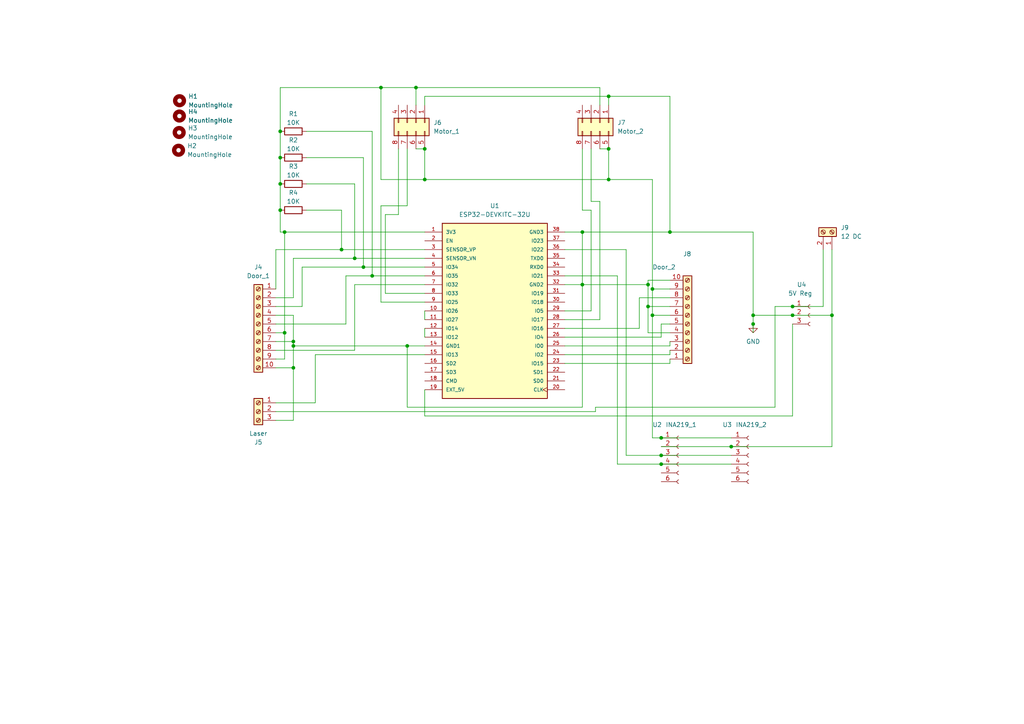
<source format=kicad_sch>
(kicad_sch (version 20211123) (generator eeschema)
  (paper "A4")
  (title_block (title "Dual Door  Operator") (date "2022-03-28") (rev "1.1"))
  (lib_symbols
    (symbol "Connector:Conn_01x03_Female" (pin_names (offset 1.016) hide)
      (property "Reference" "J" (at 0 5.08 0))
      (property "Value" "Conn_01x03_Female" (at 0 -5.08 0))
      (symbol "Conn_01x03_Female_1_1"
        (arc (start 0 -2.032) (mid -0.508 -2.54) (end 0 -3.048) (stroke (width 0.1524)))
        (polyline (pts (xy -1.27 -2.54) (xy -0.508 -2.54)) (stroke (width 0.1524)))
        (polyline (pts (xy -1.27 0) (xy -0.508 0)) (stroke (width 0.1524)))
        (polyline (pts (xy -1.27 2.54) (xy -0.508 2.54)) (stroke (width 0.1524)))
        (arc (start 0 0.508) (mid -0.508 0) (end 0 -0.508) (stroke (width 0.1524)))
        (arc (start 0 3.048) (mid -0.508 2.54) (end 0 2.032) (stroke (width 0.1524)))
        (pin passive line (at -5.08 2.54 0) (length 3.81) (name "Pin_1") (number "1"))
        (pin passive line (at -5.08 0 0) (length 3.81) (name "Pin_2") (number "2"))
        (pin passive line (at -5.08 -2.54 0) (length 3.81) (name "Pin_3") (number "3"))
      )
    )
    (symbol "Connector:Conn_01x06_Female" (pin_names (offset 1.016) hide)
      (property "Reference" "J" (at 0 7.62 0))
      (property "Value" "Conn_01x06_Female" (at 0 -10.16 0))
      (symbol "Conn_01x06_Female_1_1"
        (arc (start 0 -7.112) (mid -0.508 -7.62) (end 0 -8.128) (stroke (width 0.1524)))
        (arc (start 0 -4.572) (mid -0.508 -5.08) (end 0 -5.588) (stroke (width 0.1524)))
        (arc (start 0 -2.032) (mid -0.508 -2.54) (end 0 -3.048) (stroke (width 0.1524)))
        (polyline (pts (xy -1.27 -7.62) (xy -0.508 -7.62)) (stroke (width 0.1524)))
        (polyline (pts (xy -1.27 -5.08) (xy -0.508 -5.08)) (stroke (width 0.1524)))
        (polyline (pts (xy -1.27 -2.54) (xy -0.508 -2.54)) (stroke (width 0.1524)))
        (polyline (pts (xy -1.27 0) (xy -0.508 0)) (stroke (width 0.1524)))
        (polyline (pts (xy -1.27 2.54) (xy -0.508 2.54)) (stroke (width 0.1524)))
        (polyline (pts (xy -1.27 5.08) (xy -0.508 5.08)) (stroke (width 0.1524)))
        (arc (start 0 0.508) (mid -0.508 0) (end 0 -0.508) (stroke (width 0.1524)))
        (arc (start 0 3.048) (mid -0.508 2.54) (end 0 2.032) (stroke (width 0.1524)))
        (arc (start 0 5.588) (mid -0.508 5.08) (end 0 4.572) (stroke (width 0.1524)))
        (pin passive line (at -5.08 5.08 0) (length 3.81) (name "Pin_1") (number "1"))
        (pin passive line (at -5.08 2.54 0) (length 3.81) (name "Pin_2") (number "2"))
        (pin passive line (at -5.08 0 0) (length 3.81) (name "Pin_3") (number "3"))
        (pin passive line (at -5.08 -2.54 0) (length 3.81) (name "Pin_4") (number "4"))
        (pin passive line (at -5.08 -5.08 0) (length 3.81) (name "Pin_5") (number "5"))
        (pin passive line (at -5.08 -7.62 0) (length 3.81) (name "Pin_6") (number "6"))
      )
    )
    (symbol "Connector:Screw_Terminal_01x02" (pin_names (offset 1.016) hide)
      (property "Reference" "J" (at 0 2.54 0))
      (property "Value" "Screw_Terminal_01x02" (at 0 -5.08 0))
      (symbol "Screw_Terminal_01x02_1_1"
        (rectangle (start -1.27 1.27) (end 1.27 -3.81) (stroke (width 0.254)) (fill (type background)))
        (circle (center 0 -2.54) (radius 0.635) (stroke (width 0.1524)))
        (polyline (pts (xy -0.5334 -2.2098) (xy 0.3302 -3.048)) (stroke (width 0.1524)))
        (polyline (pts (xy -0.5334 0.3302) (xy 0.3302 -0.508)) (stroke (width 0.1524)))
        (polyline (pts (xy -0.3556 -2.032) (xy 0.508 -2.8702)) (stroke (width 0.1524)))
        (polyline (pts (xy -0.3556 0.508) (xy 0.508 -0.3302)) (stroke (width 0.1524)))
        (circle (center 0 0) (radius 0.635) (stroke (width 0.1524)))
        (pin passive line (at -5.08 0 0) (length 3.81) (name "Pin_1") (number "1"))
        (pin passive line (at -5.08 -2.54 0) (length 3.81) (name "Pin_2") (number "2"))
      )
    )
    (symbol "Connector:Screw_Terminal_01x03" (pin_names (offset 1.016) hide)
      (property "Reference" "J" (at 0 5.08 0))
      (property "Value" "Screw_Terminal_01x03" (at 0 -5.08 0))
      (symbol "Screw_Terminal_01x03_1_1"
        (rectangle (start -1.27 3.81) (end 1.27 -3.81) (stroke (width 0.254)) (fill (type background)))
        (circle (center 0 -2.54) (radius 0.635) (stroke (width 0.1524)))
        (polyline (pts (xy -0.5334 -2.2098) (xy 0.3302 -3.048)) (stroke (width 0.1524)))
        (polyline (pts (xy -0.5334 0.3302) (xy 0.3302 -0.508)) (stroke (width 0.1524)))
        (polyline (pts (xy -0.5334 2.8702) (xy 0.3302 2.032)) (stroke (width 0.1524)))
        (polyline (pts (xy -0.3556 -2.032) (xy 0.508 -2.8702)) (stroke (width 0.1524)))
        (polyline (pts (xy -0.3556 0.508) (xy 0.508 -0.3302)) (stroke (width 0.1524)))
        (polyline (pts (xy -0.3556 3.048) (xy 0.508 2.2098)) (stroke (width 0.1524)))
        (circle (center 0 0) (radius 0.635) (stroke (width 0.1524)))
        (circle (center 0 2.54) (radius 0.635) (stroke (width 0.1524)))
        (pin passive line (at -5.08 2.54 0) (length 3.81) (name "Pin_1") (number "1"))
        (pin passive line (at -5.08 0 0) (length 3.81) (name "Pin_2") (number "2"))
        (pin passive line (at -5.08 -2.54 0) (length 3.81) (name "Pin_3") (number "3"))
      )
    )
    (symbol "Connector:Screw_Terminal_01x10" (pin_names (offset 1.016) hide)
      (property "Reference" "J" (at 0 12.7 0))
      (property "Value" "Screw_Terminal_01x10" (at 0 -15.24 0))
      (symbol "Screw_Terminal_01x10_1_1"
        (rectangle (start -1.27 11.43) (end 1.27 -13.97) (stroke (width 0.254)) (fill (type background)))
        (circle (center 0 -12.7) (radius 0.635) (stroke (width 0.1524)))
        (circle (center 0 -10.16) (radius 0.635) (stroke (width 0.1524)))
        (circle (center 0 -7.62) (radius 0.635) (stroke (width 0.1524)))
        (circle (center 0 -5.08) (radius 0.635) (stroke (width 0.1524)))
        (circle (center 0 -2.54) (radius 0.635) (stroke (width 0.1524)))
        (polyline (pts (xy -0.5334 -12.3698) (xy 0.3302 -13.208)) (stroke (width 0.1524)))
        (polyline (pts (xy -0.5334 -9.8298) (xy 0.3302 -10.668)) (stroke (width 0.1524)))
        (polyline (pts (xy -0.5334 -7.2898) (xy 0.3302 -8.128)) (stroke (width 0.1524)))
        (polyline (pts (xy -0.5334 -4.7498) (xy 0.3302 -5.588)) (stroke (width 0.1524)))
        (polyline (pts (xy -0.5334 -2.2098) (xy 0.3302 -3.048)) (stroke (width 0.1524)))
        (polyline (pts (xy -0.5334 0.3302) (xy 0.3302 -0.508)) (stroke (width 0.1524)))
        (polyline (pts (xy -0.5334 2.8702) (xy 0.3302 2.032)) (stroke (width 0.1524)))
        (polyline (pts (xy -0.5334 5.4102) (xy 0.3302 4.572)) (stroke (width 0.1524)))
        (polyline (pts (xy -0.5334 7.9502) (xy 0.3302 7.112)) (stroke (width 0.1524)))
        (polyline (pts (xy -0.5334 10.4902) (xy 0.3302 9.652)) (stroke (width 0.1524)))
        (polyline (pts (xy -0.3556 -12.192) (xy 0.508 -13.0302)) (stroke (width 0.1524)))
        (polyline (pts (xy -0.3556 -9.652) (xy 0.508 -10.4902)) (stroke (width 0.1524)))
        (polyline (pts (xy -0.3556 -7.112) (xy 0.508 -7.9502)) (stroke (width 0.1524)))
        (polyline (pts (xy -0.3556 -4.572) (xy 0.508 -5.4102)) (stroke (width 0.1524)))
        (polyline (pts (xy -0.3556 -2.032) (xy 0.508 -2.8702)) (stroke (width 0.1524)))
        (polyline (pts (xy -0.3556 0.508) (xy 0.508 -0.3302)) (stroke (width 0.1524)))
        (polyline (pts (xy -0.3556 3.048) (xy 0.508 2.2098)) (stroke (width 0.1524)))
        (polyline (pts (xy -0.3556 5.588) (xy 0.508 4.7498)) (stroke (width 0.1524)))
        (polyline (pts (xy -0.3556 8.128) (xy 0.508 7.2898)) (stroke (width 0.1524)))
        (polyline (pts (xy -0.3556 10.668) (xy 0.508 9.8298)) (stroke (width 0.1524)))
        (circle (center 0 0) (radius 0.635) (stroke (width 0.1524)))
        (circle (center 0 2.54) (radius 0.635) (stroke (width 0.1524)))
        (circle (center 0 5.08) (radius 0.635) (stroke (width 0.1524)))
        (circle (center 0 7.62) (radius 0.635) (stroke (width 0.1524)))
        (circle (center 0 10.16) (radius 0.635) (stroke (width 0.1524)))
        (pin passive line (at -5.08 10.16 0) (length 3.81) (name "Pin_1") (number "1"))
        (pin passive line (at -5.08 -12.7 0) (length 3.81) (name "Pin_10") (number "10"))
        (pin passive line (at -5.08 7.62 0) (length 3.81) (name "Pin_2") (number "2"))
        (pin passive line (at -5.08 5.08 0) (length 3.81) (name "Pin_3") (number "3"))
        (pin passive line (at -5.08 2.54 0) (length 3.81) (name "Pin_4") (number "4"))
        (pin passive line (at -5.08 0 0) (length 3.81) (name "Pin_5") (number "5"))
        (pin passive line (at -5.08 -2.54 0) (length 3.81) (name "Pin_6") (number "6"))
        (pin passive line (at -5.08 -5.08 0) (length 3.81) (name "Pin_7") (number "7"))
        (pin passive line (at -5.08 -7.62 0) (length 3.81) (name "Pin_8") (number "8"))
        (pin passive line (at -5.08 -10.16 0) (length 3.81) (name "Pin_9") (number "9"))
      )
    )
    (symbol "Connector_Generic:Conn_02x04_Top_Bottom" (pin_names (offset 1.016) hide)
      (property "Reference" "J" (at 1.27 5.08 0))
      (property "Value" "Conn_02x04_Top_Bottom" (at 1.27 -7.62 0))
      (symbol "Conn_02x04_Top_Bottom_1_1"
        (rectangle (start -1.27 -4.953) (end 0 -5.207) (stroke (width 0.1524)))
        (rectangle (start -1.27 -2.413) (end 0 -2.667) (stroke (width 0.1524)))
        (rectangle (start -1.27 0.127) (end 0 -0.127) (stroke (width 0.1524)))
        (rectangle (start -1.27 2.667) (end 0 2.413) (stroke (width 0.1524)))
        (rectangle (start -1.27 3.81) (end 3.81 -6.35) (stroke (width 0.254)) (fill (type background)))
        (rectangle (start 3.81 -4.953) (end 2.54 -5.207) (stroke (width 0.1524)))
        (rectangle (start 3.81 -2.413) (end 2.54 -2.667) (stroke (width 0.1524)))
        (rectangle (start 3.81 0.127) (end 2.54 -0.127) (stroke (width 0.1524)))
        (rectangle (start 3.81 2.667) (end 2.54 2.413) (stroke (width 0.1524)))
        (pin passive line (at -5.08 2.54 0) (length 3.81) (name "Pin_1") (number "1"))
        (pin passive line (at -5.08 0 0) (length 3.81) (name "Pin_2") (number "2"))
        (pin passive line (at -5.08 -2.54 0) (length 3.81) (name "Pin_3") (number "3"))
        (pin passive line (at -5.08 -5.08 0) (length 3.81) (name "Pin_4") (number "4"))
        (pin passive line (at 7.62 2.54 180) (length 3.81) (name "Pin_5") (number "5"))
        (pin passive line (at 7.62 0 180) (length 3.81) (name "Pin_6") (number "6"))
        (pin passive line (at 7.62 -2.54 180) (length 3.81) (name "Pin_7") (number "7"))
        (pin passive line (at 7.62 -5.08 180) (length 3.81) (name "Pin_8") (number "8"))
      )
    )
    (symbol "Device:R" (pin_numbers hide) (pin_names (offset 0))
      (property "Reference" "R" (at 2.032 0 90))
      (property "Value" "R" (at 0 0 90))
      (symbol "R_0_1"
        (rectangle (start -1.016 -2.54) (end 1.016 2.54) (stroke (width 0.254)))
      )
      (symbol "R_1_1"
        (pin passive line (at 0 3.81 270) (length 1.27) (name "~") (number "1"))
        (pin passive line (at 0 -3.81 90) (length 1.27) (name "~") (number "2"))
      )
    )
    (symbol "MCU_ESP32-DEVKITC-32U:ESP32-DEVKITC-32U" (pin_names (offset 1.016))
      (property "Reference" "U" (at -15.2654 26.0604 0))
      (property "Value" "ESP32-DEVKITC-32U" (at -15.2654 -27.9654 0))
      (symbol "ESP32-DEVKITC-32U_0_0"
        (rectangle (start -15.24 -25.4) (end 15.24 25.4) (stroke (width 0.254)) (fill (type background)))
        (pin power_in line (at -20.32 22.86 0) (length 5.08) (name "3V3") (number "1"))
        (pin bidirectional line (at -20.32 0 0) (length 5.08) (name "IO26") (number "10"))
        (pin bidirectional line (at -20.32 -2.54 0) (length 5.08) (name "IO27") (number "11"))
        (pin bidirectional line (at -20.32 -5.08 0) (length 5.08) (name "IO14") (number "12"))
        (pin bidirectional line (at -20.32 -7.62 0) (length 5.08) (name "IO12") (number "13"))
        (pin power_in line (at -20.32 -10.16 0) (length 5.08) (name "GND1") (number "14"))
        (pin bidirectional line (at -20.32 -12.7 0) (length 5.08) (name "IO13") (number "15"))
        (pin bidirectional line (at -20.32 -15.24 0) (length 5.08) (name "SD2") (number "16"))
        (pin bidirectional line (at -20.32 -17.78 0) (length 5.08) (name "SD3") (number "17"))
        (pin bidirectional line (at -20.32 -20.32 0) (length 5.08) (name "CMD") (number "18"))
        (pin power_in line (at -20.32 -22.86 0) (length 5.08) (name "EXT_5V") (number "19"))
        (pin input line (at -20.32 20.32 0) (length 5.08) (name "EN") (number "2"))
        (pin input clock (at 20.32 -22.86 180) (length 5.08) (name "CLK") (number "20"))
        (pin bidirectional line (at 20.32 -20.32 180) (length 5.08) (name "SD0") (number "21"))
        (pin bidirectional line (at 20.32 -17.78 180) (length 5.08) (name "SD1") (number "22"))
        (pin bidirectional line (at 20.32 -15.24 180) (length 5.08) (name "IO15") (number "23"))
        (pin bidirectional line (at 20.32 -12.7 180) (length 5.08) (name "IO2") (number "24"))
        (pin bidirectional line (at 20.32 -10.16 180) (length 5.08) (name "IO0") (number "25"))
        (pin bidirectional line (at 20.32 -7.62 180) (length 5.08) (name "IO4") (number "26"))
        (pin bidirectional line (at 20.32 -5.08 180) (length 5.08) (name "IO16") (number "27"))
        (pin bidirectional line (at 20.32 -2.54 180) (length 5.08) (name "IO17") (number "28"))
        (pin bidirectional line (at 20.32 0 180) (length 5.08) (name "IO5") (number "29"))
        (pin input line (at -20.32 17.78 0) (length 5.08) (name "SENSOR_VP") (number "3"))
        (pin bidirectional line (at 20.32 2.54 180) (length 5.08) (name "IO18") (number "30"))
        (pin bidirectional line (at 20.32 5.08 180) (length 5.08) (name "IO19") (number "31"))
        (pin power_in line (at 20.32 7.62 180) (length 5.08) (name "GND2") (number "32"))
        (pin bidirectional line (at 20.32 10.16 180) (length 5.08) (name "IO21") (number "33"))
        (pin input line (at 20.32 12.7 180) (length 5.08) (name "RXD0") (number "34"))
        (pin output line (at 20.32 15.24 180) (length 5.08) (name "TXD0") (number "35"))
        (pin bidirectional line (at 20.32 17.78 180) (length 5.08) (name "IO22") (number "36"))
        (pin bidirectional line (at 20.32 20.32 180) (length 5.08) (name "IO23") (number "37"))
        (pin power_in line (at 20.32 22.86 180) (length 5.08) (name "GND3") (number "38"))
        (pin input line (at -20.32 15.24 0) (length 5.08) (name "SENSOR_VN") (number "4"))
        (pin bidirectional line (at -20.32 12.7 0) (length 5.08) (name "IO34") (number "5"))
        (pin bidirectional line (at -20.32 10.16 0) (length 5.08) (name "IO35") (number "6"))
        (pin bidirectional line (at -20.32 7.62 0) (length 5.08) (name "IO32") (number "7"))
        (pin bidirectional line (at -20.32 5.08 0) (length 5.08) (name "IO33") (number "8"))
        (pin bidirectional line (at -20.32 2.54 0) (length 5.08) (name "IO25") (number "9"))
      )
    )
    (symbol "Mechanical:MountingHole" (pin_names (offset 1.016))
      (property "Reference" "H" (at 0 5.08 0))
      (property "Value" "MountingHole" (at 0 3.175 0))
      (symbol "MountingHole_0_1"
        (circle (center 0 0) (radius 1.27) (stroke (width 1.27)))
      )
    )
    (symbol "power:GND" (power) (pin_names (offset 0))
      (property "Value" "GND" (at 0 -3.81 0))
      (symbol "GND_0_1"
        (polyline (pts (xy 0 0) (xy 0 -1.27) (xy 1.27 -1.27) (xy 0 -2.54) (xy -1.27 -1.27) (xy 0 -1.27)))
      )
      (symbol "GND_1_1"
        (pin power_in line (at 0 0 270) (length 0) hide (name "GND") (number "1"))
      )
    )
  )
  (junction (at 191.77 134.62))
  (junction (at 123.19 52.07))
  (junction (at 191.77 127))
  (junction (at 118.11 100.33))
  (junction (at 187.96 82.55))
  (junction (at 81.28 60.96))
  (junction (at 189.23 83.82))
  (junction (at 105.41 77.47))
  (junction (at 176.53 27.94))
  (junction (at 99.06 72.39))
  (junction (at 82.55 96.52))
  (junction (at 102.87 74.93))
  (junction (at 176.53 43.18))
  (junction (at 110.49 25.4))
  (junction (at 81.28 45.72))
  (junction (at 218.44 91.44))
  (junction (at 81.28 53.34))
  (junction (at 187.96 88.9))
  (junction (at 85.09 99.06))
  (junction (at 82.55 67.31))
  (junction (at 168.91 82.55))
  (junction (at 229.87 88.9))
  (junction (at 191.77 132.08))
  (junction (at 194.31 67.31))
  (junction (at 85.09 100.33))
  (junction (at 85.09 106.68))
  (junction (at 81.28 38.1))
  (junction (at 176.53 52.07))
  (junction (at 168.91 67.31))
  (junction (at 123.19 43.18))
  (junction (at 107.95 80.01))
  (junction (at 212.09 129.54))
  (junction (at 189.23 91.44))
  (junction (at 218.44 93.98))
  (junction (at 120.65 25.4))
  (junction (at 229.87 91.44))
  (junction (at 241.3 91.44))
  (wire (pts (xy 107.95 80.01) (xy 123.19 80.01)))
  (wire (pts (xy 163.83 72.39) (xy 181.61 72.39)))
  (wire (pts (xy 81.28 45.72) (xy 81.28 53.34)))
  (wire (pts (xy 120.65 43.18) (xy 123.19 43.18)))
  (wire (pts (xy 163.83 105.41) (xy 194.31 105.41)))
  (wire (pts (xy 80.01 86.36) (xy 85.09 86.36)))
  (wire (pts (xy 212.09 129.54) (xy 241.3 129.54)))
  (wire (pts (xy 218.44 67.31) (xy 218.44 91.44)))
  (wire (pts (xy 168.91 60.96) (xy 171.45 60.96)))
  (wire (pts (xy 80.01 119.38) (xy 172.72 119.38)))
  (wire (pts (xy 85.09 91.44) (xy 85.09 99.06)))
  (wire (pts (xy 81.28 38.1) (xy 81.28 45.72)))
  (wire (pts (xy 110.49 52.07) (xy 110.49 25.4)))
  (wire (pts (xy 81.28 38.1) (xy 81.28 25.4)))
  (wire (pts (xy 194.31 102.87) (xy 194.31 101.6)))
  (wire (pts (xy 80.01 72.39) (xy 99.06 72.39)))
  (wire (pts (xy 194.31 100.33) (xy 194.31 99.06)))
  (wire (pts (xy 191.77 132.08) (xy 212.09 132.08)))
  (wire (pts (xy 171.45 60.96) (xy 171.45 90.17)))
  (wire (pts (xy 171.45 58.42) (xy 173.99 58.42)))
  (wire (pts (xy 102.87 53.34) (xy 102.87 74.93)))
  (wire (pts (xy 238.76 72.39) (xy 238.76 88.9)))
  (wire (pts (xy 81.28 25.4) (xy 110.49 25.4)))
  (wire (pts (xy 87.63 77.47) (xy 87.63 88.9)))
  (wire (pts (xy 187.96 81.28) (xy 187.96 82.55)))
  (wire (pts (xy 115.57 62.23) (xy 115.57 43.18)))
  (wire (pts (xy 110.49 59.69) (xy 110.49 87.63)))
  (wire (pts (xy 99.06 60.96) (xy 99.06 72.39)))
  (wire (pts (xy 82.55 96.52) (xy 82.55 67.31)))
  (wire (pts (xy 123.19 102.87) (xy 91.44 102.87)))
  (wire (pts (xy 85.09 100.33) (xy 85.09 106.68)))
  (wire (pts (xy 91.44 102.87) (xy 91.44 116.84)))
  (wire (pts (xy 185.42 95.25) (xy 185.42 86.36)))
  (wire (pts (xy 82.55 67.31) (xy 123.19 67.31)))
  (wire (pts (xy 179.07 80.01) (xy 179.07 134.62)))
  (wire (pts (xy 187.96 82.55) (xy 187.96 88.9)))
  (wire (pts (xy 87.63 88.9) (xy 80.01 88.9)))
  (wire (pts (xy 85.09 74.93) (xy 102.87 74.93)))
  (wire (pts (xy 163.83 92.71) (xy 173.99 92.71)))
  (wire (pts (xy 123.19 52.07) (xy 176.53 52.07)))
  (wire (pts (xy 189.23 83.82) (xy 194.31 83.82)))
  (wire (pts (xy 123.19 43.18) (xy 123.19 52.07)))
  (wire (pts (xy 105.41 77.47) (xy 123.19 77.47)))
  (wire (pts (xy 80.01 121.92) (xy 85.09 121.92)))
  (wire (pts (xy 191.77 93.98) (xy 194.31 93.98)))
  (wire (pts (xy 194.31 105.41) (xy 194.31 104.14)))
  (wire (pts (xy 187.96 96.52) (xy 187.96 88.9)))
  (wire (pts (xy 224.79 88.9) (xy 224.79 118.11)))
  (wire (pts (xy 88.9 45.72) (xy 105.41 45.72)))
  (wire (pts (xy 99.06 72.39) (xy 123.19 72.39)))
  (wire (pts (xy 163.83 97.79) (xy 191.77 97.79)))
  (wire (pts (xy 229.87 120.65) (xy 123.19 120.65)))
  (wire (pts (xy 110.49 59.69) (xy 118.11 59.69)))
  (wire (pts (xy 80.01 106.68) (xy 85.09 106.68)))
  (wire (pts (xy 102.87 74.93) (xy 123.19 74.93)))
  (wire (pts (xy 88.9 60.96) (xy 99.06 60.96)))
  (wire (pts (xy 163.83 90.17) (xy 171.45 90.17)))
  (wire (pts (xy 82.55 104.14) (xy 80.01 104.14)))
  (wire (pts (xy 191.77 134.62) (xy 212.09 134.62)))
  (wire (pts (xy 181.61 72.39) (xy 181.61 132.08)))
  (wire (pts (xy 80.01 91.44) (xy 85.09 91.44)))
  (wire (pts (xy 194.31 96.52) (xy 187.96 96.52)))
  (wire (pts (xy 81.28 67.31) (xy 82.55 67.31)))
  (wire (pts (xy 191.77 97.79) (xy 191.77 93.98)))
  (wire (pts (xy 181.61 132.08) (xy 191.77 132.08)))
  (wire (pts (xy 168.91 67.31) (xy 168.91 82.55)))
  (wire (pts (xy 110.49 87.63) (xy 123.19 87.63)))
  (wire (pts (xy 80.01 93.98) (xy 100.33 93.98)))
  (wire (pts (xy 123.19 82.55) (xy 102.87 82.55)))
  (wire (pts (xy 191.77 129.54) (xy 212.09 129.54)))
  (wire (pts (xy 241.3 129.54) (xy 241.3 91.44)))
  (wire (pts (xy 179.07 134.62) (xy 191.77 134.62)))
  (wire (pts (xy 241.3 72.39) (xy 241.3 91.44)))
  (wire (pts (xy 80.01 72.39) (xy 80.01 83.82)))
  (wire (pts (xy 194.31 27.94) (xy 194.31 67.31)))
  (wire (pts (xy 173.99 25.4) (xy 173.99 30.48)))
  (wire (pts (xy 171.45 43.18) (xy 171.45 58.42)))
  (wire (pts (xy 218.44 93.98) (xy 218.44 96.52)))
  (wire (pts (xy 118.11 100.33) (xy 85.09 100.33)))
  (wire (pts (xy 187.96 88.9) (xy 194.31 88.9)))
  (wire (pts (xy 189.23 127) (xy 191.77 127)))
  (wire (pts (xy 123.19 30.48) (xy 123.19 27.94)))
  (wire (pts (xy 123.19 120.65) (xy 123.19 113.03)))
  (wire (pts (xy 88.9 38.1) (xy 107.95 38.1)))
  (wire (pts (xy 118.11 118.11) (xy 168.91 118.11)))
  (wire (pts (xy 163.83 100.33) (xy 194.31 100.33)))
  (wire (pts (xy 80.01 96.52) (xy 82.55 96.52)))
  (wire (pts (xy 123.19 90.17) (xy 123.19 92.71)))
  (wire (pts (xy 163.83 95.25) (xy 185.42 95.25)))
  (wire (pts (xy 168.91 82.55) (xy 187.96 82.55)))
  (wire (pts (xy 111.76 62.23) (xy 115.57 62.23)))
  (wire (pts (xy 110.49 25.4) (xy 120.65 25.4)))
  (wire (pts (xy 189.23 52.07) (xy 189.23 83.82)))
  (wire (pts (xy 168.91 118.11) (xy 168.91 82.55)))
  (wire (pts (xy 194.31 91.44) (xy 189.23 91.44)))
  (wire (pts (xy 100.33 80.01) (xy 107.95 80.01)))
  (wire (pts (xy 102.87 82.55) (xy 102.87 101.6)))
  (wire (pts (xy 189.23 91.44) (xy 189.23 127)))
  (wire (pts (xy 123.19 100.33) (xy 118.11 100.33)))
  (wire (pts (xy 120.65 25.4) (xy 173.99 25.4)))
  (wire (pts (xy 100.33 80.01) (xy 100.33 93.98)))
  (wire (pts (xy 118.11 100.33) (xy 118.11 118.11)))
  (wire (pts (xy 194.31 67.31) (xy 218.44 67.31)))
  (wire (pts (xy 163.83 67.31) (xy 168.91 67.31)))
  (wire (pts (xy 176.53 43.18) (xy 176.53 52.07)))
  (wire (pts (xy 229.87 93.98) (xy 229.87 120.65)))
  (wire (pts (xy 111.76 85.09) (xy 123.19 85.09)))
  (wire (pts (xy 168.91 67.31) (xy 194.31 67.31)))
  (wire (pts (xy 82.55 96.52) (xy 82.55 104.14)))
  (wire (pts (xy 88.9 53.34) (xy 102.87 53.34)))
  (wire (pts (xy 85.09 99.06) (xy 85.09 100.33)))
  (wire (pts (xy 111.76 62.23) (xy 111.76 85.09)))
  (wire (pts (xy 81.28 53.34) (xy 81.28 60.96)))
  (wire (pts (xy 163.83 102.87) (xy 194.31 102.87)))
  (wire (pts (xy 176.53 52.07) (xy 189.23 52.07)))
  (wire (pts (xy 176.53 27.94) (xy 176.53 30.48)))
  (wire (pts (xy 218.44 91.44) (xy 229.87 91.44)))
  (wire (pts (xy 163.83 82.55) (xy 168.91 82.55)))
  (wire (pts (xy 218.44 91.44) (xy 218.44 93.98)))
  (wire (pts (xy 229.87 88.9) (xy 238.76 88.9)))
  (wire (pts (xy 172.72 118.11) (xy 172.72 119.38)))
  (wire (pts (xy 105.41 45.72) (xy 105.41 77.47)))
  (wire (pts (xy 80.01 99.06) (xy 85.09 99.06)))
  (wire (pts (xy 80.01 116.84) (xy 91.44 116.84)))
  (wire (pts (xy 173.99 58.42) (xy 173.99 92.71)))
  (wire (pts (xy 224.79 118.11) (xy 172.72 118.11)))
  (wire (pts (xy 176.53 27.94) (xy 194.31 27.94)))
  (wire (pts (xy 85.09 106.68) (xy 85.09 121.92)))
  (wire (pts (xy 120.65 25.4) (xy 120.65 30.48)))
  (wire (pts (xy 173.99 43.18) (xy 176.53 43.18)))
  (wire (pts (xy 102.87 101.6) (xy 80.01 101.6)))
  (wire (pts (xy 87.63 77.47) (xy 105.41 77.47)))
  (wire (pts (xy 85.09 74.93) (xy 85.09 86.36)))
  (wire (pts (xy 191.77 127) (xy 212.09 127)))
  (wire (pts (xy 118.11 43.18) (xy 118.11 59.69)))
  (wire (pts (xy 194.31 81.28) (xy 187.96 81.28)))
  (wire (pts (xy 229.87 91.44) (xy 241.3 91.44)))
  (wire (pts (xy 110.49 52.07) (xy 123.19 52.07)))
  (wire (pts (xy 107.95 38.1) (xy 107.95 80.01)))
  (wire (pts (xy 189.23 91.44) (xy 189.23 83.82)))
  (wire (pts (xy 123.19 27.94) (xy 176.53 27.94)))
  (wire (pts (xy 81.28 67.31) (xy 81.28 60.96)))
  (wire (pts (xy 224.79 88.9) (xy 229.87 88.9)))
  (wire (pts (xy 163.83 80.01) (xy 179.07 80.01)))
  (wire (pts (xy 123.19 95.25) (xy 123.19 97.79)))
  (wire (pts (xy 168.91 43.18) (xy 168.91 60.96)))
  (wire (pts (xy 185.42 86.36) (xy 194.31 86.36)))
  (symbol (lib_id "MCU_ESP32-DEVKITC-32U:ESP32-DEVKITC-32U") (at 143.51 90.17 0) (unit 1)
    (property "Reference" "U1" (at 143.51 59.69 0))
    (property "Value" "ESP32-DEVKITC-32U" (at 143.51 62.23 0))
    (property "Footprint" "MODULE_ESP32-DEVKITC-32U" (effects hide))
    (property "STANDARD" "Manufacturer Recommendations" (effects hide))
    (property "PARTREV" "N/A" (effects hide))
    (property "MANUFACTURER" "ESPRESSIF" (effects hide))
  )
  (symbol (lib_id "Device:R") (at 85.09 53.34 90) (unit 1)
    (property "Reference" "R3" (at 85.09 48.26 90))
    (property "Value" "10K" (at 85.09 50.8 90))
    (property "Footprint" "Resistor_THT:R_Axial_DIN0207_L6.3mm_D2.5mm_P7.62mm_Horizontal" (effects hide))
  )
  (symbol (lib_id "Mechanical:MountingHole") (at 52.07 29.21 0) (unit 1)
    (property "Reference" "H1" (at 54.61 27.9399 0) (effects (justify left)))
    (property "Value" "MountingHole" (at 54.61 30.4799 0) (effects (justify left)))
    (property "Footprint" "MountingHole:MountingHole_3.2mm_M3_Pad_TopBottom" (effects hide))
  )
  (symbol (lib_id "Connector_Generic:Conn_02x04_Top_Bottom") (at 173.99 35.56 270) (unit 1)
    (property "Reference" "J7" (at 179.07 35.5599 90) (effects (justify left)))
    (property "Value" "Motor_2" (at 179.07 38.0999 90) (effects (justify left)))
    (property "Footprint" "Connector_PinHeader_2.54mm:PinHeader_2x04_P2.54mm_Vertical" (effects hide))
  )
  (symbol (lib_id "Device:R") (at 85.09 45.72 90) (unit 1)
    (property "Reference" "R2" (at 85.09 40.64 90))
    (property "Value" "10K" (at 85.09 43.18 90))
    (property "Footprint" "Resistor_THT:R_Axial_DIN0207_L6.3mm_D2.5mm_P7.62mm_Horizontal" (effects hide))
  )
  (symbol (lib_id "Device:R") (at 85.09 60.96 90) (unit 1)
    (property "Reference" "R4" (at 85.09 55.88 90))
    (property "Value" "10K" (at 85.09 58.42 90))
    (property "Footprint" "Resistor_THT:R_Axial_DIN0207_L6.3mm_D2.5mm_P7.62mm_Horizontal" (effects hide))
  )
  (symbol (lib_id "power:GND") (at 218.44 93.98 0) (unit 1)
    (property "Reference" "#PWR0101" (effects hide))
    (property "Value" "GND" (at 218.44 99.06 0))
  )
  (symbol (lib_id "Connector:Conn_01x06_Female") (at 196.85 132.08 0) (unit 1)
    (property "Reference" "U2" (at 189.23 123.19 0) (effects (justify left)))
    (property "Value" "INA219_1" (at 193.04 123.19 0) (effects (justify left)))
    (property "Footprint" "Library:INA219_Module" (effects hide))
  )
  (symbol (lib_id "Device:R") (at 85.09 38.1 90) (unit 1)
    (property "Reference" "R1" (at 85.09 33.02 90))
    (property "Value" "10K" (at 85.09 35.56 90))
    (property "Footprint" "Resistor_THT:R_Axial_DIN0207_L6.3mm_D2.5mm_P7.62mm_Horizontal" (effects hide))
  )
  (symbol (lib_id "Mechanical:MountingHole") (at 51.9714 38.4307 0) (unit 1)
    (property "Reference" "H3" (at 54.5114 37.1606 0) (effects (justify left)))
    (property "Value" "MountingHole" (at 54.5114 39.7006 0) (effects (justify left)))
    (property "Footprint" "MountingHole:MountingHole_3.2mm_M3_Pad_TopBottom" (effects hide))
  )
  (symbol (lib_id "Connector_Generic:Conn_02x04_Top_Bottom") (at 120.65 35.56 270) (unit 1)
    (property "Reference" "J6" (at 125.73 35.5599 90) (effects (justify left)))
    (property "Value" "Motor_1" (at 125.73 38.0999 90) (effects (justify left)))
    (property "Footprint" "Connector_PinHeader_2.54mm:PinHeader_2x04_P2.54mm_Vertical" (effects hide))
  )
  (symbol (lib_id "Connector:Conn_01x03_Female") (at 234.95 91.44 0) (unit 1)
    (property "Reference" "U4" (at 231.14 82.55 0) (effects (justify left)))
    (property "Value" "5V Reg" (at 228.6 85.09 0) (effects (justify left)))
    (property "Footprint" "Connector_PinSocket_2.54mm:PinSocket_1x03_P2.54mm_Vertical" (effects hide))
  )
  (symbol (lib_id "Connector:Screw_Terminal_01x03") (at 74.93 119.38 0) (mirror y) (unit 1)
    (property "Reference" "J5" (at 74.93 128.27 0))
    (property "Value" "Laser" (at 74.93 125.73 0))
    (property "Footprint" "TerminalBlock_Phoenix:TerminalBlock_Phoenix_MKDS-1,5-3-5.08_1x03_P5.08mm_Horizontal" (effects hide))
  )
  (symbol (lib_id "Connector:Screw_Terminal_01x02") (at 241.3 67.31 270) (mirror x) (unit 1)
    (property "Reference" "J9" (at 243.84 66.0399 90) (effects (justify left)))
    (property "Value" "12 DC" (at 243.84 68.5799 90) (effects (justify left)))
    (property "Footprint" "TerminalBlock_Phoenix:TerminalBlock_Phoenix_MKDS-1,5-2_1x02_P5.00mm_Horizontal" (effects hide))
  )
  (symbol (lib_id "Mechanical:MountingHole") (at 52.0334 33.6546 0) (unit 1)
    (property "Reference" "H4" (at 54.5734 32.3845 0) (effects (justify left)))
    (property "Value" "MountingHole" (at 54.5734 34.9245 0) (effects (justify left)))
    (property "Footprint" "MountingHole:MountingHole_3.2mm_M3_Pad_TopBottom" (effects hide))
  )
  (symbol (lib_id "Connector:Screw_Terminal_01x10") (at 74.93 93.98 0) (mirror y) (unit 1)
    (property "Reference" "J4" (at 74.93 77.47 0))
    (property "Value" "Door_1" (at 74.93 80.01 0))
    (property "Footprint" "TerminalBlock_Phoenix:TerminalBlock_Phoenix_MKDS-1,5-10_1x10_P5.00mm_Horizontal" (effects hide))
  )
  (symbol (lib_id "Connector:Conn_01x06_Female") (at 217.17 132.08 0) (unit 1)
    (property "Reference" "U3" (at 209.55 123.19 0) (effects (justify left)))
    (property "Value" "INA219_2" (at 213.36 123.19 0) (effects (justify left)))
    (property "Footprint" "Library:INA219_Module" (effects hide))
  )
  (symbol (lib_id "Connector:Screw_Terminal_01x10") (at 199.39 93.98 0) (mirror x) (unit 1)
    (property "Reference" "J8" (at 198.12 73.66 0) (effects (justify left)))
    (property "Value" "Door_2" (at 189.23 77.47 0) (effects (justify left)))
    (property "Footprint" "TerminalBlock_Phoenix:TerminalBlock_Phoenix_MKDS-1,5-10_1x10_P5.00mm_Horizontal" (effects hide))
  )
  (symbol (lib_id "Mechanical:MountingHole") (at 51.7853 43.5789 0) (unit 1)
    (property "Reference" "H2" (at 54.3253 42.3088 0) (effects (justify left)))
    (property "Value" "MountingHole" (at 54.3253 44.8488 0) (effects (justify left)))
    (property "Footprint" "MountingHole:MountingHole_3.2mm_M3_Pad_TopBottom" (effects hide))
  )
)
</source>
